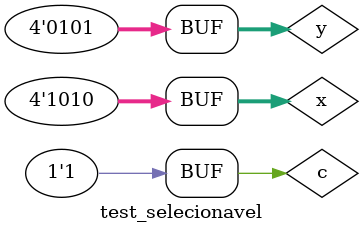
<source format=v>

	module selecionavel (output saida, input [3:0] entrada01, input [3:0] entrada02,input c);
		wire [3:0] saida_XNOR;
		wire saida_and;
	//---XNOR
		xnor XNOR1 (saida_XNOR[0], entrada01[0], entrada02[0]);
		xnor XNOR2 (saida_XNOR[1], entrada01[1], entrada02[1]);
		xnor XNOR3 (saida_XNOR[2], entrada01[2], entrada02[2]);
		xnor XNOR4 (saida_XNOR[3], entrada01[3], entrada02[3]);
	//---AND	
		and AND1 (saida_and, saida_XNOR[0], saida_XNOR[1], saida_XNOR[2], saida_XNOR[3]);
	//---XOR	
		xor XOR5 (saida, c, saida_and);
	endmodule //selecionavel

// ------------------------- 
// -- test selecionavel
// -------------------------
	module test_selecionavel; 
// ------------------------- definir dados 
		reg [3:0] x; 
		reg [3:0] y; 
		reg c;
		wire z; 
		selecionavel modulo (z, x, y, c); 
	 
// ------------------------- parte principal 
	 initial begin
		$display("Exemplo0036 - João Henrique Mendes de Oliveira - 392734");
		$display("Test LU's module"); 
		x = 4'b0011; y = 4'b0101; c=0;
		#1 $monitor("%3b %3b Option: %1b = %3b",x,y,c,z); 
		#1 c=1;
		#1 x = 4'b1010; y = 4'b1101; c = 0;
		#1 x = 4'b1010; y = 4'b1101; c = 1;
		#1 x = 4'b1111; y = 4'b1111; c = 0;
		#1 x = 4'b1111; y = 4'b1111; c = 1;
		#1 x = 4'b0000; y = 4'b1000; c = 0;
		#1 x = 4'b0010; y = 4'b0001; c = 1;
		#1 x = 4'b1010; y = 4'b0101; c = 0;
		#1 x = 4'b1010; y = 4'b0101; c = 1;
	 end
	endmodule // test_selecionavel
</source>
